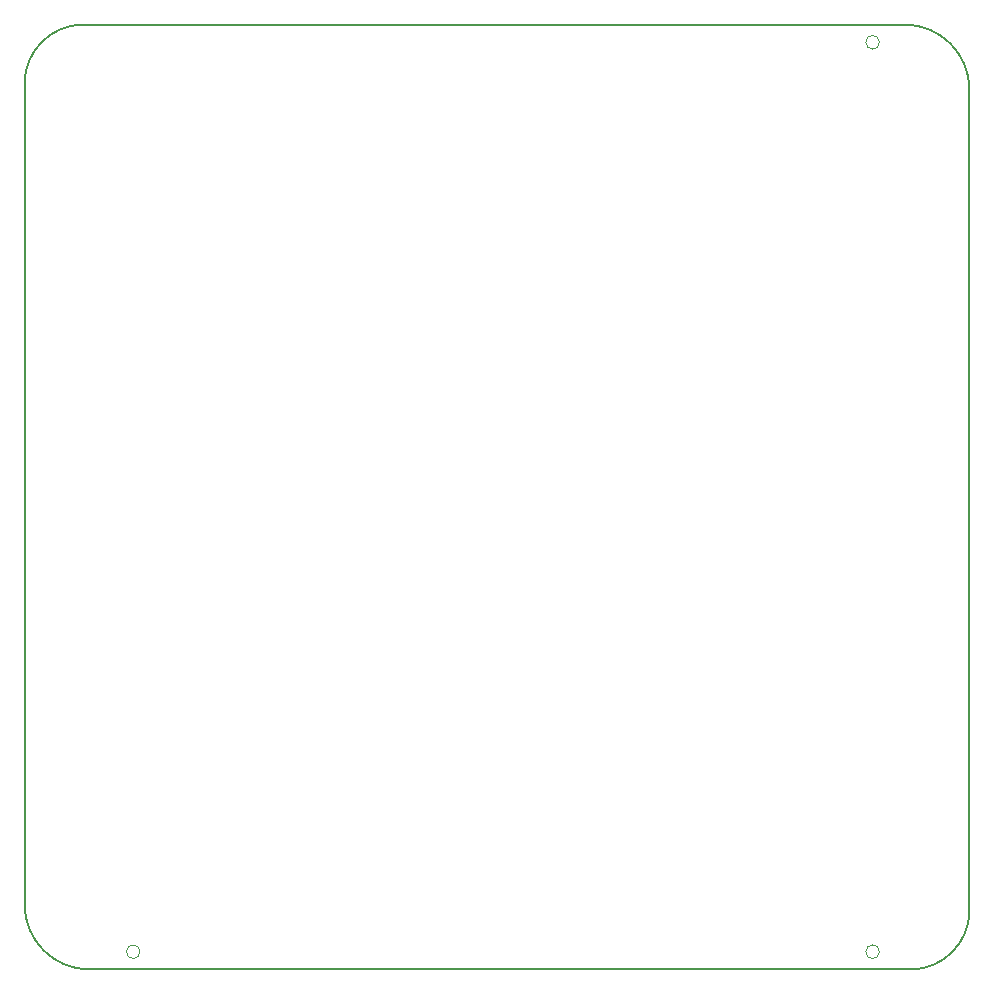
<source format=gbr>
G04 #@! TF.GenerationSoftware,KiCad,Pcbnew,7.0.11*
G04 #@! TF.CreationDate,2025-11-18T22:53:01-08:00*
G04 #@! TF.ProjectId,z2203,7a323230-332e-46b6-9963-61645f706362,rev?*
G04 #@! TF.SameCoordinates,PX3d83120PY6590fa0*
G04 #@! TF.FileFunction,Profile,NP*
%FSLAX46Y46*%
G04 Gerber Fmt 4.6, Leading zero omitted, Abs format (unit mm)*
G04 Created by KiCad (PCBNEW 7.0.11) date 2025-11-18 22:53:01*
%MOMM*%
%LPD*%
G01*
G04 APERTURE LIST*
G04 #@! TA.AperFunction,Profile*
%ADD10C,0.150000*%
G04 #@! TD*
G04 #@! TA.AperFunction,Profile*
%ADD11C,0.050000*%
G04 #@! TD*
G04 APERTURE END LIST*
D10*
X900000Y7100000D02*
G75*
G03*
X6400000Y1600000I5500000J0D01*
G01*
X75900000Y1600000D02*
G75*
G03*
X80900000Y6600000I0J5000000D01*
G01*
X75900000Y1600000D02*
X6400000Y1600000D01*
X5900000Y81600000D02*
G75*
G03*
X900000Y76600000I0J-5000000D01*
G01*
X80900000Y76100000D02*
G75*
G03*
X75400000Y81600000I-5500000J0D01*
G01*
X5900000Y81600000D02*
X75400000Y81600000D01*
X80900000Y6600000D02*
X80900000Y76100000D01*
X900000Y76600000D02*
X900000Y7100000D01*
D11*
X10676000Y3100000D02*
G75*
G03*
X9524000Y3100000I-576000J0D01*
G01*
X9524000Y3100000D02*
G75*
G03*
X10676000Y3100000I576000J0D01*
G01*
X73276000Y80100000D02*
G75*
G03*
X72124000Y80100000I-576000J0D01*
G01*
X72124000Y80100000D02*
G75*
G03*
X73276000Y80100000I576000J0D01*
G01*
X73276000Y3100000D02*
G75*
G03*
X72124000Y3100000I-576000J0D01*
G01*
X72124000Y3100000D02*
G75*
G03*
X73276000Y3100000I576000J0D01*
G01*
M02*

</source>
